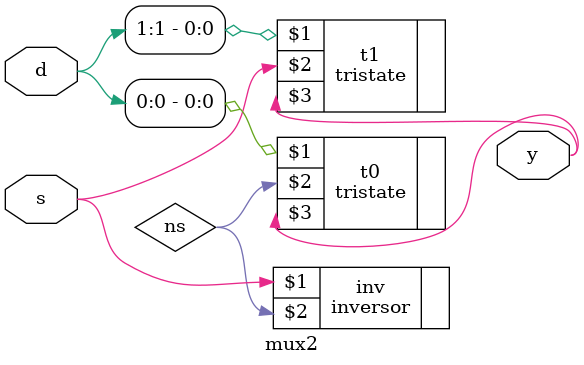
<source format=sv>
module mux2(input logic [1:0]d, input logic s, output tri y);
 
 logic ns;
 
 tristate t0(d[0], ns, y);
 tristate t1(d[1], s, y);
 inversor inv(s, ns);
 
endmodule


</source>
